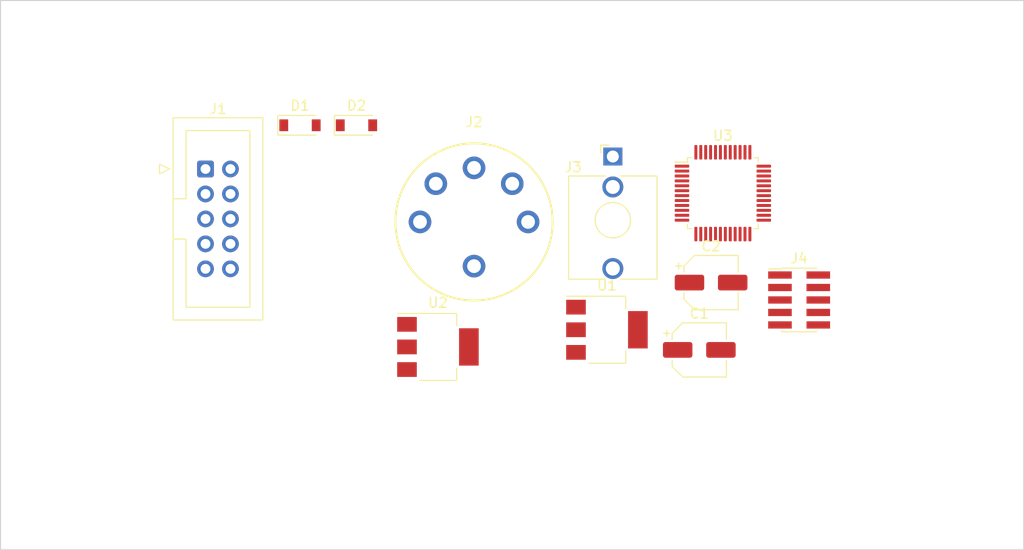
<source format=kicad_pcb>
(kicad_pcb (version 20211014) (generator pcbnew)
  (layers (0 "F.Cu" signal) (31 "B.Cu" signal) (34 "B.Paste" user) (35 "F.Paste" user) (36 "B.SilkS" user "B.Silkscreen") (37 "F.SilkS" user "F.Silkscreen") (38 "B.Mask" user) (39 "F.Mask" user) (44 "Edge.Cuts" user))
  (net 0 "")
  (net 1 "VCC")
  (net 2 "Net-(D1-Pad2)")
  (net 3 "Net-(D2-Pad1)")
  (net 4 "VEE")
  (net 9 "GND")
  (net 75 "Net-(J4-Pad3)")
  (footprint "Capacitor_SMD:CP_Elec_5x5.4" (layer "F.Cu") (at 128.2 79.51)
    (fp_text reference "C2" (at 0 -3.7) (layer "F.SilkS"))
    (fp_text value "C_Polarized")
    (fp_line (start 2.76 -2.76) (end 2.76 -1.06) (layer "F.SilkS") (width 0.12))
    (fp_line (start -1.695563 2.76) (end 2.76 2.76) (layer "F.SilkS") (width 0.12))
    (fp_line (start -3.625 -1.685) (end -3 -1.685) (layer "F.SilkS") (width 0.12))
    (fp_line (start -2.76 1.695563) (end -2.76 1.06) (layer "F.SilkS") (width 0.12))
    (fp_line (start -1.695563 -2.76) (end 2.76 -2.76) (layer "F.SilkS") (width 0.12))
    (fp_line (start -2.76 1.695563) (end -1.695563 2.76) (layer "F.SilkS") (width 0.12))
    (fp_line (start -3.3125 -1.9975) (end -3.3125 -1.3725) (layer "F.SilkS") (width 0.12))
    (fp_line (start -2.76 -1.695563) (end -2.76 -1.06) (layer "F.SilkS") (width 0.12))
    (fp_line (start 2.76 2.76) (end 2.76 1.06) (layer "F.SilkS") (width 0.12))
    (fp_line (start -2.76 -1.695563) (end -1.695563 -2.76) (layer "F.SilkS") (width 0.12))
    (pad "1" smd roundrect (at -2.2 0) (size 3 1.6) (layers "F.Cu" "F.Paste" "F.Mask") (roundrect_rratio 0.15625) (net 9 "GND"))
    (pad "2" smd roundrect (at 2.2 0) (size 3 1.6) (layers "F.Cu" "F.Paste" "F.Mask") (roundrect_rratio 0.15625) (net 4 "VEE"))
  )
  (footprint "Capacitor_SMD:CP_Elec_5x5.4" (layer "F.Cu") (at 127 86.36)
    (fp_text reference "C1" (at 0 -3.7) (layer "F.SilkS"))
    (fp_text value "C_Polarized")
    (fp_line (start -1.695563 -2.76) (end 2.76 -2.76) (layer "F.SilkS") (width 0.12))
    (fp_line (start -1.695563 2.76) (end 2.76 2.76) (layer "F.SilkS") (width 0.12))
    (fp_line (start 2.76 2.76) (end 2.76 1.06) (layer "F.SilkS") (width 0.12))
    (fp_line (start -2.76 1.695563) (end -1.695563 2.76) (layer "F.SilkS") (width 0.12))
    (fp_line (start -3.625 -1.685) (end -3 -1.685) (layer "F.SilkS") (width 0.12))
    (fp_line (start -3.3125 -1.9975) (end -3.3125 -1.3725) (layer "F.SilkS") (width 0.12))
    (fp_line (start -2.76 1.695563) (end -2.76 1.06) (layer "F.SilkS") (width 0.12))
    (fp_line (start 2.76 -2.76) (end 2.76 -1.06) (layer "F.SilkS") (width 0.12))
    (fp_line (start -2.76 -1.695563) (end -1.695563 -2.76) (layer "F.SilkS") (width 0.12))
    (fp_line (start -2.76 -1.695563) (end -2.76 -1.06) (layer "F.SilkS") (width 0.12))
    (pad "1" smd roundrect (at -2.2 0) (size 3 1.6) (layers "F.Cu" "F.Paste" "F.Mask") (roundrect_rratio 0.15625) (net 1 "VCC"))
    (pad "2" smd roundrect (at 2.2 0) (size 3 1.6) (layers "F.Cu" "F.Paste" "F.Mask") (roundrect_rratio 0.15625) (net 9 "GND"))
  )
  (footprint "Connector_IDC:IDC-Header_2x05_P2.54mm_Vertical" (layer "F.Cu") (at 76.745 67.95)
    (fp_text reference "J1" (at 1.27 -6.1) (layer "F.SilkS"))
    (fp_text value "Conn_02x05_Top_Bottom")
    (fp_line (start -3.29 3.03) (end -1.98 3.03) (layer "F.SilkS") (width 0.12))
    (fp_line (start -4.68 0.5) (end -3.68 0) (layer "F.SilkS") (width 0.12))
    (fp_line (start 4.52 -3.91) (end 4.52 14.07) (layer "F.SilkS") (width 0.12))
    (fp_line (start -1.98 7.13) (end -3.29 7.13) (layer "F.SilkS") (width 0.12))
    (fp_line (start -1.98 14.07) (end -1.98 7.13) (layer "F.SilkS") (width 0.12))
    (fp_line (start -3.29 -5.21) (end 5.83 -5.21) (layer "F.SilkS") (width 0.12))
    (fp_line (start 4.52 14.07) (end -1.98 14.07) (layer "F.SilkS") (width 0.12))
    (fp_line (start 5.83 -5.21) (end 5.83 15.37) (layer "F.SilkS") (width 0.12))
    (fp_line (start -1.98 7.13) (end -1.98 7.13) (layer "F.SilkS") (width 0.12))
    (fp_line (start -3.68 0) (end -4.68 -0.5) (layer "F.SilkS") (width 0.12))
    (fp_line (start -4.68 -0.5) (end -4.68 0.5) (layer "F.SilkS") (width 0.12))
    (fp_line (start -1.98 -3.91) (end 4.52 -3.91) (layer "F.SilkS") (width 0.12))
    (fp_line (start -3.29 15.37) (end -3.29 -5.21) (layer "F.SilkS") (width 0.12))
    (fp_line (start 5.83 15.37) (end -3.29 15.37) (layer "F.SilkS") (width 0.12))
    (fp_line (start -1.98 3.03) (end -1.98 -3.91) (layer "F.SilkS") (width 0.12))
    (pad "1" thru_hole roundrect (at 0 0) (size 1.7 1.7) (drill 1) (layers *.Cu *.Mask) (roundrect_rratio 0.147059) (net 2 "Net-(D1-Pad2)"))
    (pad "2" thru_hole circle (at 2.54 0) (size 1.7 1.7) (drill 1) (layers *.Cu *.Mask))
    (pad "3" thru_hole circle (at 0 2.54) (size 1.7 1.7) (drill 1) (layers *.Cu *.Mask))
    (pad "4" thru_hole circle (at 2.54 2.54) (size 1.7 1.7) (drill 1) (layers *.Cu *.Mask))
    (pad "5" thru_hole circle (at 0 5.08) (size 1.7 1.7) (drill 1) (layers *.Cu *.Mask) (net 3 "Net-(D2-Pad1)"))
    (pad "6" thru_hole circle (at 2.54 5.08) (size 1.7 1.7) (drill 1) (layers *.Cu *.Mask))
    (pad "7" thru_hole circle (at 0 7.62) (size 1.7 1.7) (drill 1) (layers *.Cu *.Mask) (net 9 "GND"))
    (pad "8" thru_hole circle (at 2.54 7.62) (size 1.7 1.7) (drill 1) (layers *.Cu *.Mask) (net 9 "GND"))
    (pad "9" thru_hole circle (at 0 10.16) (size 1.7 1.7) (drill 1) (layers *.Cu *.Mask) (net 9 "GND"))
    (pad "10" thru_hole circle (at 2.54 10.16) (size 1.7 1.7) (drill 1) (layers *.Cu *.Mask))
  )
  (footprint "Connector_PinHeader_1.27mm:PinHeader_2x05_P1.27mm_Vertical_SMD" (layer "F.Cu") (at 137.16 81.28)
    (fp_text reference "J4" (at 0 -4.235) (layer "F.SilkS"))
    (fp_text value "Conn_ARM_JTAG_SWD_10")
    (fp_line (start -1.765 -3.235) (end 1.765 -3.235) (layer "F.SilkS") (width 0.12))
    (fp_line (start -3.09 -3.17) (end -1.765 -3.17) (layer "F.SilkS") (width 0.12))
    (fp_line (start 1.765 3.17) (end 1.765 3.235) (layer "F.SilkS") (width 0.12))
    (fp_line (start 1.765 -3.235) (end 1.765 -3.17) (layer "F.SilkS") (width 0.12))
    (fp_line (start -1.765 3.17) (end -1.765 3.235) (layer "F.SilkS") (width 0.12))
    (fp_line (start -1.765 -3.235) (end -1.765 -3.17) (layer "F.SilkS") (width 0.12))
    (fp_line (start -1.765 3.235) (end 1.765 3.235) (layer "F.SilkS") (width 0.12))
    (pad "1" smd rect (at -1.95 -2.54) (size 2.4 0.74) (layers "F.Cu" "F.Paste" "F.Mask"))
    (pad "2" smd rect (at 1.95 -2.54) (size 2.4 0.74) (layers "F.Cu" "F.Paste" "F.Mask"))
    (pad "3" smd rect (at -1.95 -1.27) (size 2.4 0.74) (layers "F.Cu" "F.Paste" "F.Mask") (net 75 "Net-(J4-Pad3)"))
    (pad "4" smd rect (at 1.95 -1.27) (size 2.4 0.74) (layers "F.Cu" "F.Paste" "F.Mask"))
    (pad "5" smd rect (at -1.95 0) (size 2.4 0.74) (layers "F.Cu" "F.Paste" "F.Mask") (net 75 "Net-(J4-Pad3)"))
    (pad "6" smd rect (at 1.95 0) (size 2.4 0.74) (layers "F.Cu" "F.Paste" "F.Mask"))
    (pad "7" smd rect (at -1.95 1.27) (size 2.4 0.74) (layers "F.Cu" "F.Paste" "F.Mask"))
    (pad "8" smd rect (at 1.95 1.27) (size 2.4 0.74) (layers "F.Cu" "F.Paste" "F.Mask"))
    (pad "9" smd rect (at -1.95 2.54) (size 2.4 0.74) (layers "F.Cu" "F.Paste" "F.Mask"))
    (pad "10" smd rect (at 1.95 2.54) (size 2.4 0.74) (layers "F.Cu" "F.Paste" "F.Mask"))
  )
  (footprint "Connector_Audio:Jack_3.5mm_QingPu_WQP-PJ398SM_Vertical_CircularHoles" (layer "F.Cu") (at 118.2 66.68)
    (fp_text reference "J3" (at -4.03 1.08 180) (layer "F.SilkS"))
    (fp_text value "Thonkiconn")
    (fp_line (start -0.72 1.98) (end -4.5 1.98) (layer "F.SilkS") (width 0.12))
    (fp_line (start 4.5 12.48) (end 0.8 12.48) (layer "F.SilkS") (width 0.12))
    (fp_line (start 4.5 1.98) (end 4.5 12.48) (layer "F.SilkS") (width 0.12))
    (fp_line (start 4.5 1.98) (end 0.72 1.98) (layer "F.SilkS") (width 0.12))
    (fp_line (start -1.23 -1.17) (end -1.23 -0.37) (layer "F.SilkS") (width 0.12))
    (fp_line (start -0.8 12.48) (end -4.5 12.48) (layer "F.SilkS") (width 0.12))
    (fp_line (start -4.5 1.98) (end -4.5 12.48) (layer "F.SilkS") (width 0.12))
    (fp_line (start -1.23 -1.17) (end -0.37 -1.17) (layer "F.SilkS") (width 0.12))
    (fp_circle (center 0 6.48) (end 1.8 6.48) (layer "F.SilkS") (width 0.12) (fill none))
    (pad "S" thru_hole rect (at 0 0 180) (size 1.93 1.83) (drill 1.22) (layers *.Cu *.Mask))
    (pad "T" thru_hole circle (at 0 11.4 180) (size 2.13 2.13) (drill 1.43) (layers *.Cu *.Mask))
    (pad "TN" thru_hole circle (at 0 3.1 180) (size 2.13 2.13) (drill 1.42) (layers *.Cu *.Mask))
  )
  (footprint "Package_TO_SOT_SMD:SOT-223-3_TabPin2" (layer "F.Cu") (at 117.6 84.31)
    (fp_text reference "U1" (at 0 -4.5) (layer "F.SilkS"))
    (fp_text value "LM1117-3.3")
    (fp_line (start -4.1 -3.41) (end 1.91 -3.41) (layer "F.SilkS") (width 0.12))
    (fp_line (start 1.91 3.41) (end 1.91 2.15) (layer "F.SilkS") (width 0.12))
    (fp_line (start -1.85 3.41) (end 1.91 3.41) (layer "F.SilkS") (width 0.12))
    (fp_line (start 1.91 -3.41) (end 1.91 -2.15) (layer "F.SilkS") (width 0.12))
    (pad "1" smd rect (at -3.15 -2.3) (size 2 1.5) (layers "F.Cu" "F.Paste" "F.Mask"))
    (pad "2" smd rect (at 3.15 0) (size 2 3.8) (layers "F.Cu" "F.Paste" "F.Mask"))
    (pad "2" smd rect (at -3.15 0) (size 2 1.5) (layers "F.Cu" "F.Paste" "F.Mask"))
    (pad "3" smd rect (at -3.15 2.3) (size 2 1.5) (layers "F.Cu" "F.Paste" "F.Mask"))
  )
  (footprint "Package_QFP:LQFP-48_7x7mm_P0.5mm" (layer "F.Cu") (at 129.4 70.41)
    (fp_text reference "U3" (at 0 -5.85) (layer "F.SilkS"))
    (fp_text value "STM32F030C8Tx")
    (fp_line (start -3.16 -3.61) (end -3.61 -3.61) (layer "F.SilkS") (width 0.12))
    (fp_line (start -3.16 3.61) (end -3.61 3.61) (layer "F.SilkS") (width 0.12))
    (fp_line (start -3.61 3.61) (end -3.61 3.16) (layer "F.SilkS") (width 0.12))
    (fp_line (start -3.61 -3.61) (end -3.61 -3.16) (layer "F.SilkS") (width 0.12))
    (fp_line (start -3.61 -3.16) (end -4.9 -3.16) (layer "F.SilkS") (width 0.12))
    (fp_line (start 3.16 3.61) (end 3.61 3.61) (layer "F.SilkS") (width 0.12))
    (fp_line (start 3.16 -3.61) (end 3.61 -3.61) (layer "F.SilkS") (width 0.12))
    (fp_line (start 3.61 -3.61) (end 3.61 -3.16) (layer "F.SilkS") (width 0.12))
    (fp_line (start 3.61 3.61) (end 3.61 3.16) (layer "F.SilkS") (width 0.12))
    (pad "1" smd roundrect (at -4.1625 -2.75) (size 1.475 0.3) (layers "F.Cu" "F.Paste" "F.Mask"))
    (pad "2" smd roundrect (at -4.1625 -2.25) (size 1.475 0.3) (layers "F.Cu" "F.Paste" "F.Mask"))
    (pad "3" smd roundrect (at -4.1625 -1.75) (size 1.475 0.3) (layers "F.Cu" "F.Paste" "F.Mask"))
    (pad "4" smd roundrect (at -4.1625 -1.25) (size 1.475 0.3) (layers "F.Cu" "F.Paste" "F.Mask"))
    (pad "5" smd roundrect (at -4.1625 -0.75) (size 1.475 0.3) (layers "F.Cu" "F.Paste" "F.Mask"))
    (pad "6" smd roundrect (at -4.1625 -0.25) (size 1.475 0.3) (layers "F.Cu" "F.Paste" "F.Mask"))
    (pad "7" smd roundrect (at -4.1625 0.25) (size 1.475 0.3) (layers "F.Cu" "F.Paste" "F.Mask"))
    (pad "8" smd roundrect (at -4.1625 0.75) (size 1.475 0.3) (layers "F.Cu" "F.Paste" "F.Mask"))
    (pad "9" smd roundrect (at -4.1625 1.25) (size 1.475 0.3) (layers "F.Cu" "F.Paste" "F.Mask"))
    (pad "10" smd roundrect (at -4.1625 1.75) (size 1.475 0.3) (layers "F.Cu" "F.Paste" "F.Mask"))
    (pad "11" smd roundrect (at -4.1625 2.25) (size 1.475 0.3) (layers "F.Cu" "F.Paste" "F.Mask"))
    (pad "12" smd roundrect (at -4.1625 2.75) (size 1.475 0.3) (layers "F.Cu" "F.Paste" "F.Mask"))
    (pad "13" smd roundrect (at -2.75 4.1625) (size 0.3 1.475) (layers "F.Cu" "F.Paste" "F.Mask"))
    (pad "14" smd roundrect (at -2.25 4.1625) (size 0.3 1.475) (layers "F.Cu" "F.Paste" "F.Mask"))
    (pad "15" smd roundrect (at -1.75 4.1625) (size 0.3 1.475) (layers "F.Cu" "F.Paste" "F.Mask"))
    (pad "16" smd roundrect (at -1.25 4.1625) (size 0.3 1.475) (layers "F.Cu" "F.Paste" "F.Mask"))
    (pad "17" smd roundrect (at -0.75 4.1625) (size 0.3 1.475) (layers "F.Cu" "F.Paste" "F.Mask"))
    (pad "18" smd roundrect (at -0.25 4.1625) (size 0.3 1.475) (layers "F.Cu" "F.Paste" "F.Mask"))
    (pad "19" smd roundrect (at 0.25 4.1625) (size 0.3 1.475) (layers "F.Cu" "F.Paste" "F.Mask"))
    (pad "20" smd roundrect (at 0.75 4.1625) (size 0.3 1.475) (layers "F.Cu" "F.Paste" "F.Mask"))
    (pad "21" smd roundrect (at 1.25 4.1625) (size 0.3 1.475) (layers "F.Cu" "F.Paste" "F.Mask"))
    (pad "22" smd roundrect (at 1.75 4.1625) (size 0.3 1.475) (layers "F.Cu" "F.Paste" "F.Mask"))
    (pad "23" smd roundrect (at 2.25 4.1625) (size 0.3 1.475) (layers "F.Cu" "F.Paste" "F.Mask"))
    (pad "24" smd roundrect (at 2.75 4.1625) (size 0.3 1.475) (layers "F.Cu" "F.Paste" "F.Mask"))
    (pad "25" smd roundrect (at 4.1625 2.75) (size 1.475 0.3) (layers "F.Cu" "F.Paste" "F.Mask"))
    (pad "26" smd roundrect (at 4.1625 2.25) (size 1.475 0.3) (layers "F.Cu" "F.Paste" "F.Mask"))
    (pad "27" smd roundrect (at 4.1625 1.75) (size 1.475 0.3) (layers "F.Cu" "F.Paste" "F.Mask"))
    (pad "28" smd roundrect (at 4.1625 1.25) (size 1.475 0.3) (layers "F.Cu" "F.Paste" "F.Mask"))
    (pad "29" smd roundrect (at 4.1625 0.75) (size 1.475 0.3) (layers "F.Cu" "F.Paste" "F.Mask"))
    (pad "30" smd roundrect (at 4.1625 0.25) (size 1.475 0.3) (layers "F.Cu" "F.Paste" "F.Mask"))
    (pad "31" smd roundrect (at 4.1625 -0.25) (size 1.475 0.3) (layers "F.Cu" "F.Paste" "F.Mask"))
    (pad "32" smd roundrect (at 4.1625 -0.75) (size 1.475 0.3) (layers "F.Cu" "F.Paste" "F.Mask"))
    (pad "33" smd roundrect (at 4.1625 -1.25) (size 1.475 0.3) (layers "F.Cu" "F.Paste" "F.Mask"))
    (pad "34" smd roundrect (at 4.1625 -1.75) (size 1.475 0.3) (layers "F.Cu" "F.Paste" "F.Mask"))
    (pad "35" smd roundrect (at 4.1625 -2.25) (size 1.475 0.3) (layers "F.Cu" "F.Paste" "F.Mask"))
    (pad "36" smd roundrect (at 4.1625 -2.75) (size 1.475 0.3) (layers "F.Cu" "F.Paste" "F.Mask"))
    (pad "37" smd roundrect (at 2.75 -4.1625) (size 0.3 1.475) (layers "F.Cu" "F.Paste" "F.Mask"))
    (pad "38" smd roundrect (at 2.25 -4.1625) (size 0.3 1.475) (layers "F.Cu" "F.Paste" "F.Mask"))
    (pad "39" smd roundrect (at 1.75 -4.1625) (size 0.3 1.475) (layers "F.Cu" "F.Paste" "F.Mask"))
    (pad "40" smd roundrect (at 1.25 -4.1625) (size 0.3 1.475) (layers "F.Cu" "F.Paste" "F.Mask"))
    (pad "41" smd roundrect (at 0.75 -4.1625) (size 0.3 1.475) (layers "F.Cu" "F.Paste" "F.Mask"))
    (pad "42" smd roundrect (at 0.25 -4.1625) (size 0.3 1.475) (layers "F.Cu" "F.Paste" "F.Mask"))
    (pad "43" smd roundrect (at -0.25 -4.1625) (size 0.3 1.475) (layers "F.Cu" "F.Paste" "F.Mask"))
    (pad "44" smd roundrect (at -0.75 -4.1625) (size 0.3 1.475) (layers "F.Cu" "F.Paste" "F.Mask"))
    (pad "45" smd roundrect (at -1.25 -4.1625) (size 0.3 1.475) (layers "F.Cu" "F.Paste" "F.Mask"))
    (pad "46" smd roundrect (at -1.75 -4.1625) (size 0.3 1.475) (layers "F.Cu" "F.Paste" "F.Mask"))
    (pad "47" smd roundrect (at -2.25 -4.1625) (size 0.3 1.475) (layers "F.Cu" "F.Paste" "F.Mask"))
    (pad "48" smd roundrect (at -2.75 -4.1625) (size 0.3 1.475) (layers "F.Cu" "F.Paste" "F.Mask"))
  )
  (footprint "Diode_SMD:D_SOD-123" (layer "F.Cu") (at 92.11 63.5)
    (fp_text reference "D2" (at 0 -2) (layer "F.SilkS"))
    (fp_text value "MBR0540")
    (fp_line (start -2.25 -1) (end 1.65 -1) (layer "F.SilkS") (width 0.12))
    (fp_line (start -2.25 -1) (end -2.25 1) (layer "F.SilkS") (width 0.12))
    (fp_line (start -2.25 1) (end 1.65 1) (layer "F.SilkS") (width 0.12))
    (pad "1" smd rect (at -1.65 0) (size 0.9 1.2) (layers "F.Cu" "F.Paste" "F.Mask") (net 3 "Net-(D2-Pad1)"))
    (pad "2" smd rect (at 1.65 0) (size 0.9 1.2) (layers "F.Cu" "F.Paste" "F.Mask") (net 4 "VEE"))
  )
  (footprint "Diode_SMD:D_SOD-123" (layer "F.Cu") (at 86.36 63.5)
    (fp_text reference "D1" (at 0 -2) (layer "F.SilkS"))
    (fp_text value "MBR0540")
    (fp_line (start -2.25 -1) (end 1.65 -1) (layer "F.SilkS") (width 0.12))
    (fp_line (start -2.25 1) (end 1.65 1) (layer "F.SilkS") (width 0.12))
    (fp_line (start -2.25 -1) (end -2.25 1) (layer "F.SilkS") (width 0.12))
    (pad "1" smd rect (at -1.65 0) (size 0.9 1.2) (layers "F.Cu" "F.Paste" "F.Mask") (net 1 "VCC"))
    (pad "2" smd rect (at 1.65 0) (size 0.9 1.2) (layers "F.Cu" "F.Paste" "F.Mask") (net 2 "Net-(D1-Pad2)"))
  )
  (footprint "Package_TO_SOT_SMD:SOT-223-3_TabPin2" (layer "F.Cu") (at 100.4 86.06)
    (fp_text reference "U2" (at 0 -4.5) (layer "F.SilkS"))
    (fp_text value "SOT23_5V LDO")
    (fp_line (start -4.1 -3.41) (end 1.91 -3.41) (layer "F.SilkS") (width 0.12))
    (fp_line (start 1.91 -3.41) (end 1.91 -2.15) (layer "F.SilkS") (width 0.12))
    (fp_line (start 1.91 3.41) (end 1.91 2.15) (layer "F.SilkS") (width 0.12))
    (fp_line (start -1.85 3.41) (end 1.91 3.41) (layer "F.SilkS") (width 0.12))
    (pad "1" smd rect (at -3.15 -2.3) (size 2 1.5) (layers "F.Cu" "F.Paste" "F.Mask"))
    (pad "2" smd rect (at 3.15 0) (size 2 3.8) (layers "F.Cu" "F.Paste" "F.Mask"))
    (pad "2" smd rect (at -3.15 0) (size 2 1.5) (layers "F.Cu" "F.Paste" "F.Mask"))
    (pad "3" smd rect (at -3.15 2.3) (size 2 1.5) (layers "F.Cu" "F.Paste" "F.Mask"))
  )
  (footprint "midi_euro_lib:CUI_SD-50BV" (layer "F.Cu") (at 104.075 73.335)
    (fp_text reference "J2" (at 0 -10.16 unlocked) (layer "F.SilkS"))
    (fp_text value "CUI_SD-50BV")
    (fp_circle (center 0 0) (end 8 0) (layer "F.SilkS") (width 0.2) (fill none))
    (pad "1" thru_hole circle (at -5.5 0) (size 2.3 2.3) (drill 1.4) (layers *.Cu *.Mask))
    (pad "2" thru_hole circle (at 0 -5.5) (size 2.3 2.3) (drill 1.4) (layers *.Cu *.Mask))
    (pad "3" thru_hole circle (at 5.5 0) (size 2.3 2.3) (drill 1.4) (layers *.Cu *.Mask))
    (pad "4" thru_hole circle (at -3.889 -3.889) (size 2.3 2.3) (drill 1.4) (layers *.Cu *.Mask))
    (pad "5" thru_hole circle (at 3.889 -3.889) (size 2.3 2.3) (drill 1.4) (layers *.Cu *.Mask))
    (pad "6" thru_hole circle (at 0 4.5) (size 2.3 2.3) (drill 1.4) (layers *.Cu *.Mask))
  )
  (gr_rect (start 55.88 50.8) (end 160.02 106.68) (layer "Edge.Cuts") (width 0.1) (fill none))
)
</source>
